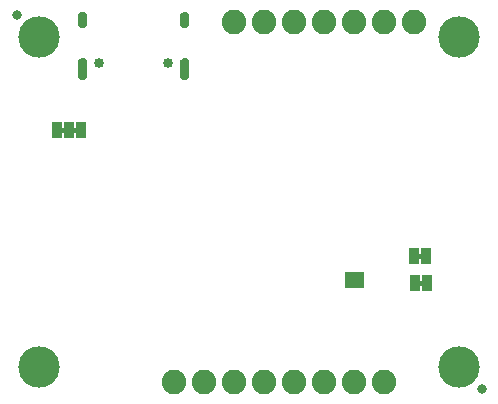
<source format=gbs>
G75*
%MOIN*%
%OFA0B0*%
%FSLAX25Y25*%
%IPPOS*%
%LPD*%
%AMOC8*
5,1,8,0,0,1.08239X$1,22.5*
%
%ADD10C,0.13800*%
%ADD11R,0.03300X0.05800*%
%ADD12C,0.00500*%
%ADD13C,0.03300*%
%ADD14C,0.08200*%
%ADD15C,0.03359*%
%ADD16C,0.00600*%
D10*
X0163333Y0085000D03*
X0303333Y0085000D03*
X0303333Y0194900D03*
X0163333Y0194900D03*
D11*
X0169333Y0163900D03*
X0173333Y0163900D03*
X0177333Y0163900D03*
X0266733Y0113900D03*
X0269933Y0113900D03*
X0288433Y0112900D03*
X0292433Y0112900D03*
X0292333Y0121900D03*
X0288333Y0121900D03*
D12*
X0289583Y0121860D02*
X0291083Y0121860D01*
X0291083Y0121400D02*
X0291083Y0122400D01*
X0289583Y0122400D01*
X0289583Y0121400D01*
X0291083Y0121400D01*
X0291083Y0122359D02*
X0289583Y0122359D01*
X0289683Y0113400D02*
X0289683Y0112400D01*
X0291183Y0112400D01*
X0291183Y0113400D01*
X0289683Y0113400D01*
X0289683Y0113385D02*
X0291183Y0113385D01*
X0291183Y0112887D02*
X0289683Y0112887D01*
X0176083Y0163400D02*
X0176083Y0164400D01*
X0170583Y0164400D01*
X0170583Y0163400D01*
X0176083Y0163400D01*
X0176083Y0163735D02*
X0170583Y0163735D01*
X0170583Y0164234D02*
X0176083Y0164234D01*
D13*
X0155833Y0202400D03*
X0310833Y0077500D03*
D14*
X0278333Y0080000D03*
X0268333Y0080000D03*
X0258333Y0080000D03*
X0248333Y0080000D03*
X0238333Y0080000D03*
X0228333Y0080000D03*
X0218333Y0080000D03*
X0208333Y0080000D03*
X0228333Y0200000D03*
X0238333Y0200000D03*
X0248333Y0200000D03*
X0258333Y0200000D03*
X0268333Y0200000D03*
X0278333Y0200000D03*
X0288333Y0200000D03*
D15*
X0206111Y0186389D03*
X0183355Y0186389D03*
D16*
X0178907Y0186323D02*
X0176544Y0186323D01*
X0176544Y0186468D02*
X0176544Y0182137D01*
X0176579Y0181854D01*
X0176680Y0181588D01*
X0176841Y0181354D01*
X0177055Y0181165D01*
X0177307Y0181033D01*
X0177583Y0180965D01*
X0177868Y0180965D01*
X0178144Y0181033D01*
X0178396Y0181165D01*
X0178610Y0181354D01*
X0178771Y0181588D01*
X0178872Y0181854D01*
X0178907Y0182137D01*
X0178907Y0186468D01*
X0178872Y0186750D01*
X0178771Y0187017D01*
X0178610Y0187251D01*
X0178396Y0187440D01*
X0178144Y0187572D01*
X0177868Y0187640D01*
X0177583Y0187640D01*
X0177307Y0187572D01*
X0177055Y0187440D01*
X0176841Y0187251D01*
X0176680Y0187017D01*
X0176579Y0186750D01*
X0176544Y0186468D01*
X0176644Y0186922D02*
X0178807Y0186922D01*
X0178243Y0187520D02*
X0177208Y0187520D01*
X0176544Y0185725D02*
X0178907Y0185725D01*
X0178907Y0185126D02*
X0176544Y0185126D01*
X0176544Y0184528D02*
X0178907Y0184528D01*
X0178907Y0183929D02*
X0176544Y0183929D01*
X0176544Y0183331D02*
X0178907Y0183331D01*
X0178907Y0182732D02*
X0176544Y0182732D01*
X0176545Y0182134D02*
X0178906Y0182134D01*
X0178735Y0181535D02*
X0176716Y0181535D01*
X0177583Y0198346D02*
X0177868Y0198346D01*
X0178144Y0198415D01*
X0178396Y0198547D01*
X0178610Y0198736D01*
X0178771Y0198970D01*
X0178872Y0199236D01*
X0178907Y0199519D01*
X0178907Y0201960D01*
X0178872Y0202242D01*
X0178771Y0202509D01*
X0178610Y0202743D01*
X0178396Y0202932D01*
X0178144Y0203064D01*
X0177868Y0203132D01*
X0177583Y0203132D01*
X0177307Y0203064D01*
X0177055Y0202932D01*
X0176841Y0202743D01*
X0176680Y0202509D01*
X0176579Y0202242D01*
X0176544Y0201960D01*
X0176544Y0199519D01*
X0176579Y0199236D01*
X0176680Y0198970D01*
X0176841Y0198736D01*
X0177055Y0198547D01*
X0177307Y0198415D01*
X0177583Y0198346D01*
X0176734Y0198892D02*
X0178717Y0198892D01*
X0178903Y0199490D02*
X0176548Y0199490D01*
X0176544Y0200089D02*
X0178907Y0200089D01*
X0178907Y0200687D02*
X0176544Y0200687D01*
X0176544Y0201286D02*
X0178907Y0201286D01*
X0178907Y0201884D02*
X0176544Y0201884D01*
X0176670Y0202483D02*
X0178781Y0202483D01*
X0178074Y0203081D02*
X0177377Y0203081D01*
X0210560Y0201960D02*
X0210560Y0199519D01*
X0210594Y0199236D01*
X0210695Y0198970D01*
X0210857Y0198736D01*
X0211070Y0198547D01*
X0211322Y0198415D01*
X0211599Y0198346D01*
X0211884Y0198346D01*
X0212160Y0198415D01*
X0212412Y0198547D01*
X0212625Y0198736D01*
X0212787Y0198970D01*
X0212888Y0199236D01*
X0212922Y0199519D01*
X0212922Y0201960D01*
X0212888Y0202242D01*
X0212787Y0202509D01*
X0212625Y0202743D01*
X0212412Y0202932D01*
X0212160Y0203064D01*
X0211884Y0203132D01*
X0211599Y0203132D01*
X0211322Y0203064D01*
X0211070Y0202932D01*
X0210857Y0202743D01*
X0210695Y0202509D01*
X0210594Y0202242D01*
X0210560Y0201960D01*
X0210560Y0201884D02*
X0212922Y0201884D01*
X0212922Y0201286D02*
X0210560Y0201286D01*
X0210560Y0200687D02*
X0212922Y0200687D01*
X0212922Y0200089D02*
X0210560Y0200089D01*
X0210564Y0199490D02*
X0212919Y0199490D01*
X0212733Y0198892D02*
X0210749Y0198892D01*
X0210686Y0202483D02*
X0212797Y0202483D01*
X0212090Y0203081D02*
X0211392Y0203081D01*
X0211599Y0187640D02*
X0211884Y0187640D01*
X0212160Y0187572D01*
X0212412Y0187440D01*
X0212625Y0187251D01*
X0212787Y0187017D01*
X0212888Y0186750D01*
X0212922Y0186468D01*
X0212922Y0182137D01*
X0212888Y0181854D01*
X0212787Y0181588D01*
X0212625Y0181354D01*
X0212412Y0181165D01*
X0212160Y0181033D01*
X0211884Y0180965D01*
X0211599Y0180965D01*
X0211322Y0181033D01*
X0211070Y0181165D01*
X0210857Y0181354D01*
X0210695Y0181588D01*
X0210594Y0181854D01*
X0210560Y0182137D01*
X0210560Y0186468D01*
X0210594Y0186750D01*
X0210695Y0187017D01*
X0210857Y0187251D01*
X0211070Y0187440D01*
X0211322Y0187572D01*
X0211599Y0187640D01*
X0211223Y0187520D02*
X0212259Y0187520D01*
X0212823Y0186922D02*
X0210659Y0186922D01*
X0210560Y0186323D02*
X0212922Y0186323D01*
X0212922Y0185725D02*
X0210560Y0185725D01*
X0210560Y0185126D02*
X0212922Y0185126D01*
X0212922Y0184528D02*
X0210560Y0184528D01*
X0210560Y0183929D02*
X0212922Y0183929D01*
X0212922Y0183331D02*
X0210560Y0183331D01*
X0210560Y0182732D02*
X0212922Y0182732D01*
X0212922Y0182134D02*
X0210561Y0182134D01*
X0210732Y0181535D02*
X0212750Y0181535D01*
M02*

</source>
